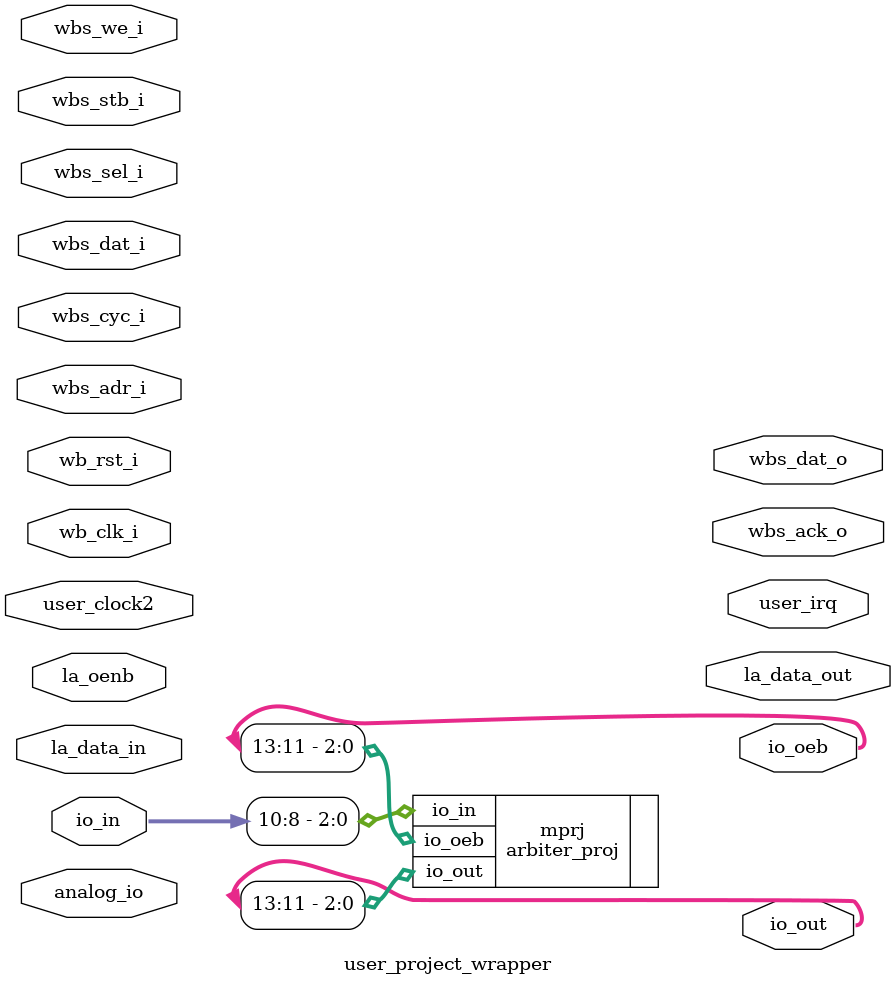
<source format=v>
module user_project_wrapper (user_clock2,
    wb_clk_i,
    wb_rst_i,
    wbs_ack_o,
    wbs_cyc_i,
    wbs_stb_i,
    wbs_we_i,
    analog_io,
    io_in,
    io_oeb,
    io_out,
    la_data_in,
    la_data_out,
    la_oenb,
    user_irq,
    wbs_adr_i,
    wbs_dat_i,
    wbs_dat_o,
    wbs_sel_i);
 input user_clock2;
 input wb_clk_i;
 input wb_rst_i;
 output wbs_ack_o;
 input wbs_cyc_i;
 input wbs_stb_i;
 input wbs_we_i;
 inout [28:0] analog_io;
 input [37:0] io_in;
 output [37:0] io_oeb;
 output [37:0] io_out;
 input [127:0] la_data_in;
 output [127:0] la_data_out;
 input [127:0] la_oenb;
 output [2:0] user_irq;
 input [31:0] wbs_adr_i;
 input [31:0] wbs_dat_i;
 output [31:0] wbs_dat_o;
 input [3:0] wbs_sel_i;


 arbiter_proj mprj (.io_in({io_in[10],
    io_in[9],
    io_in[8]}),
    .io_oeb({io_oeb[13],
    io_oeb[12],
    io_oeb[11]}),
    .io_out({io_out[13],
    io_out[12],
    io_out[11]}));
endmodule


</source>
